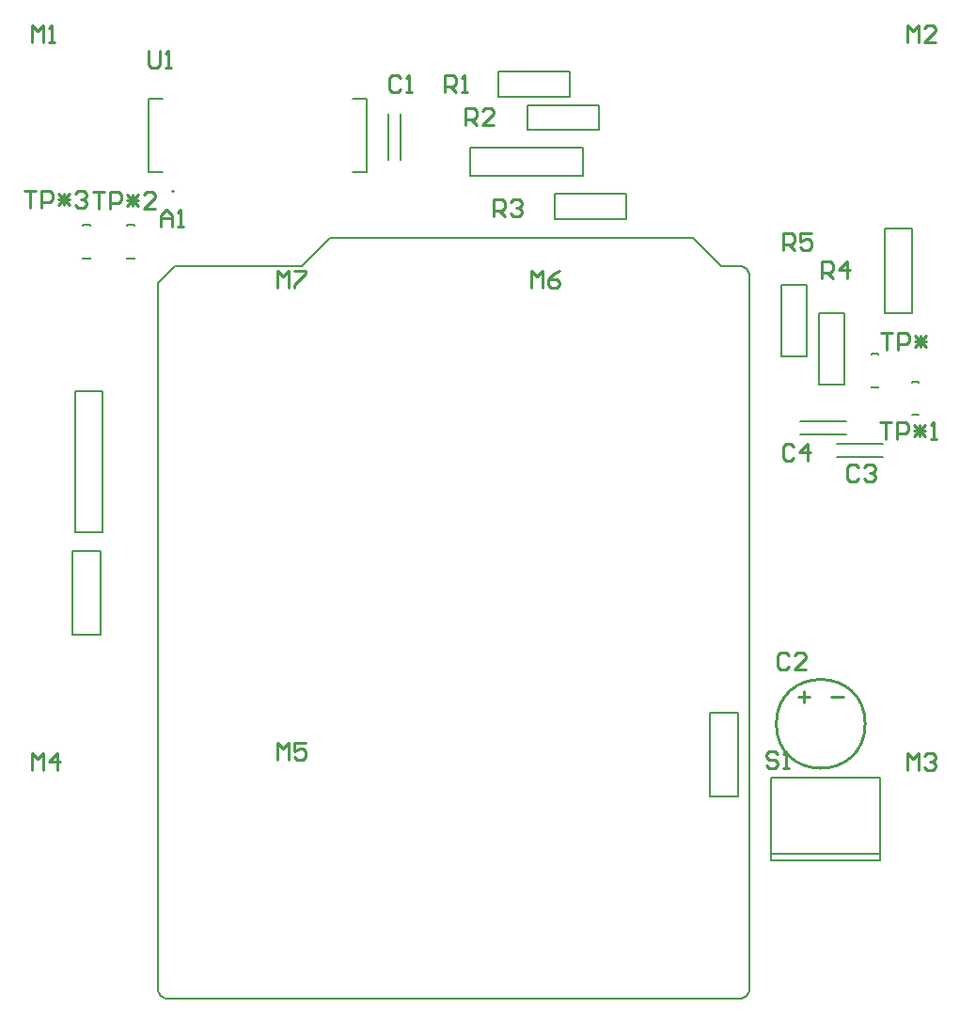
<source format=gbr>
%TF.GenerationSoftware,Altium Limited,Altium Designer,24.6.1 (21)*%
G04 Layer_Color=65535*
%FSLAX45Y45*%
%MOMM*%
%TF.SameCoordinates,00C5B58C-7B9D-40F4-BCB4-C120E55E61B4*%
%TF.FilePolarity,Positive*%
%TF.FileFunction,Legend,Top*%
%TF.Part,Single*%
G01*
G75*
%TA.AperFunction,NonConductor*%
%ADD11C,0.25400*%
%ADD27C,0.20000*%
%ADD28C,0.12700*%
D11*
X10160000Y3810000D02*
G03*
X10160000Y3810000I-400000J0D01*
G01*
X9857500Y4055000D02*
X9962500D01*
X9557500D02*
X9662500D01*
X9610000Y4002500D02*
Y4107500D01*
X9519608Y6308284D02*
X9494216Y6333675D01*
X9443433D01*
X9418041Y6308284D01*
Y6206717D01*
X9443433Y6181325D01*
X9494216D01*
X9519608Y6206717D01*
X9646567Y6181325D02*
Y6333675D01*
X9570392Y6257500D01*
X9671959D01*
X10102108Y6120784D02*
X10076716Y6146175D01*
X10025933D01*
X10000541Y6120784D01*
Y6019217D01*
X10025933Y5993825D01*
X10076716D01*
X10102108Y6019217D01*
X10152892Y6120784D02*
X10178284Y6146175D01*
X10229067D01*
X10254459Y6120784D01*
Y6095392D01*
X10229067Y6070000D01*
X10203675D01*
X10229067D01*
X10254459Y6044608D01*
Y6019217D01*
X10229067Y5993825D01*
X10178284D01*
X10152892Y6019217D01*
X3818433Y8288825D02*
Y8390392D01*
X3869217Y8441175D01*
X3920000Y8390392D01*
Y8288825D01*
Y8365000D01*
X3818433D01*
X3970784Y8288825D02*
X4021567D01*
X3996176D01*
Y8441175D01*
X3970784Y8415784D01*
X10291082Y6528675D02*
X10392650D01*
X10341866D01*
Y6376325D01*
X10443433D02*
Y6528675D01*
X10519608D01*
X10545000Y6503283D01*
Y6452500D01*
X10519608Y6427108D01*
X10443433D01*
X10595784Y6503283D02*
X10697351Y6401716D01*
X10595784D02*
X10697351Y6503283D01*
X10595784Y6452500D02*
X10697351D01*
X10646567Y6401716D02*
Y6503283D01*
X10748134Y6376325D02*
X10798918D01*
X10773526D01*
Y6528675D01*
X10748134Y6503283D01*
X10301866Y7333675D02*
X10403433D01*
X10352649D01*
Y7181325D01*
X10454217D02*
Y7333675D01*
X10530392D01*
X10555784Y7308284D01*
Y7257500D01*
X10530392Y7232108D01*
X10454217D01*
X10606567Y7308284D02*
X10708135Y7206717D01*
X10606567D02*
X10708135Y7308284D01*
X10606567Y7257500D02*
X10708135D01*
X10657351Y7206717D02*
Y7308284D01*
X2588190Y8606175D02*
X2689758D01*
X2638974D01*
Y8453825D01*
X2740541D02*
Y8606175D01*
X2816716D01*
X2842108Y8580783D01*
Y8530000D01*
X2816716Y8504608D01*
X2740541D01*
X2892892Y8580783D02*
X2994459Y8479216D01*
X2892892D02*
X2994459Y8580783D01*
X2892892Y8530000D02*
X2994459D01*
X2943675Y8479216D02*
Y8580783D01*
X3045243D02*
X3070634Y8606175D01*
X3121418D01*
X3146810Y8580783D01*
Y8555392D01*
X3121418Y8530000D01*
X3096026D01*
X3121418D01*
X3146810Y8504608D01*
Y8479216D01*
X3121418Y8453825D01*
X3070634D01*
X3045243Y8479216D01*
X3210690Y8598675D02*
X3312258D01*
X3261474D01*
Y8446325D01*
X3363041D02*
Y8598675D01*
X3439216D01*
X3464608Y8573284D01*
Y8522500D01*
X3439216Y8497108D01*
X3363041D01*
X3515392Y8573284D02*
X3616959Y8471717D01*
X3515392D02*
X3616959Y8573284D01*
X3515392Y8522500D02*
X3616959D01*
X3566175Y8471717D02*
Y8573284D01*
X3769310Y8446325D02*
X3667742D01*
X3769310Y8547892D01*
Y8573284D01*
X3743918Y8598675D01*
X3693134D01*
X3667742Y8573284D01*
X6378433Y9493825D02*
Y9646175D01*
X6454608D01*
X6480000Y9620783D01*
Y9570000D01*
X6454608Y9544608D01*
X6378433D01*
X6429217D02*
X6480000Y9493825D01*
X6530784D02*
X6581567D01*
X6556176D01*
Y9646175D01*
X6530784Y9620783D01*
X6563041Y9203825D02*
Y9356175D01*
X6639217D01*
X6664608Y9330783D01*
Y9280000D01*
X6639217Y9254608D01*
X6563041D01*
X6613825D02*
X6664608Y9203825D01*
X6816959D02*
X6715392D01*
X6816959Y9305392D01*
Y9330783D01*
X6791567Y9356175D01*
X6740784D01*
X6715392Y9330783D01*
X6813041Y8383825D02*
Y8536175D01*
X6889217D01*
X6914608Y8510784D01*
Y8460000D01*
X6889217Y8434608D01*
X6813041D01*
X6863825D02*
X6914608Y8383825D01*
X6965392Y8510784D02*
X6990784Y8536175D01*
X7041567D01*
X7066959Y8510784D01*
Y8485392D01*
X7041567Y8460000D01*
X7016175D01*
X7041567D01*
X7066959Y8434608D01*
Y8409217D01*
X7041567Y8383825D01*
X6990784D01*
X6965392Y8409217D01*
X9766300Y7825740D02*
Y7978091D01*
X9842475D01*
X9867867Y7952699D01*
Y7901915D01*
X9842475Y7876523D01*
X9766300D01*
X9817083D02*
X9867867Y7825740D01*
X9994826D02*
Y7978091D01*
X9918651Y7901915D01*
X10020218D01*
X9474167Y4424639D02*
X9448775Y4450031D01*
X9397992D01*
X9372600Y4424639D01*
Y4323072D01*
X9397992Y4297680D01*
X9448775D01*
X9474167Y4323072D01*
X9626518Y4297680D02*
X9524951D01*
X9626518Y4399247D01*
Y4424639D01*
X9601126Y4450031D01*
X9550343D01*
X9524951Y4424639D01*
X9425940Y8077200D02*
Y8229551D01*
X9502115D01*
X9527507Y8204159D01*
Y8153375D01*
X9502115Y8127983D01*
X9425940D01*
X9476723D02*
X9527507Y8077200D01*
X9679858Y8229551D02*
X9578291D01*
Y8153375D01*
X9629074Y8178767D01*
X9654466D01*
X9679858Y8153375D01*
Y8102592D01*
X9654466Y8077200D01*
X9603683D01*
X9578291Y8102592D01*
X5976587Y9621479D02*
X5951195Y9646871D01*
X5900412D01*
X5875020Y9621479D01*
Y9519912D01*
X5900412Y9494520D01*
X5951195D01*
X5976587Y9519912D01*
X6027371Y9494520D02*
X6078154D01*
X6052763D01*
Y9646871D01*
X6027371Y9621479D01*
X3703320Y9870391D02*
Y9743432D01*
X3728712Y9718040D01*
X3779495D01*
X3804887Y9743432D01*
Y9870391D01*
X3855671Y9718040D02*
X3906454D01*
X3881063D01*
Y9870391D01*
X3855671Y9844999D01*
X9370027Y3535639D02*
X9344635Y3561031D01*
X9293852D01*
X9268460Y3535639D01*
Y3510247D01*
X9293852Y3484855D01*
X9344635D01*
X9370027Y3459463D01*
Y3434072D01*
X9344635Y3408680D01*
X9293852D01*
X9268460Y3434072D01*
X9420811Y3408680D02*
X9471594D01*
X9446203D01*
Y3561031D01*
X9420811Y3535639D01*
X4870461Y7735322D02*
Y7887673D01*
X4921244Y7836889D01*
X4972028Y7887673D01*
Y7735322D01*
X5022812Y7887673D02*
X5124379D01*
Y7862281D01*
X5022812Y7760714D01*
Y7735322D01*
X7154681Y7735522D02*
Y7887873D01*
X7205464Y7837089D01*
X7256248Y7887873D01*
Y7735522D01*
X7408599Y7887873D02*
X7357815Y7862481D01*
X7307032Y7811697D01*
Y7760914D01*
X7332423Y7735522D01*
X7383207D01*
X7408599Y7760914D01*
Y7786305D01*
X7383207Y7811697D01*
X7307032D01*
X4868681Y3489922D02*
Y3642273D01*
X4919464Y3591489D01*
X4970248Y3642273D01*
Y3489922D01*
X5122599Y3642273D02*
X5021032D01*
Y3566097D01*
X5071815Y3591489D01*
X5097207D01*
X5122599Y3566097D01*
Y3515314D01*
X5097207Y3489922D01*
X5046423D01*
X5021032Y3515314D01*
X2654880Y3396720D02*
Y3549071D01*
X2705663Y3498287D01*
X2756447Y3549071D01*
Y3396720D01*
X2883406D02*
Y3549071D01*
X2807231Y3472895D01*
X2908798D01*
X10535920Y3395980D02*
Y3548331D01*
X10586703Y3497547D01*
X10637487Y3548331D01*
Y3395980D01*
X10688271Y3522939D02*
X10713663Y3548331D01*
X10764446D01*
X10789838Y3522939D01*
Y3497547D01*
X10764446Y3472155D01*
X10739054D01*
X10764446D01*
X10789838Y3446763D01*
Y3421372D01*
X10764446Y3395980D01*
X10713663D01*
X10688271Y3421372D01*
X10536660Y9946640D02*
Y10098991D01*
X10587444Y10048207D01*
X10638227Y10098991D01*
Y9946640D01*
X10790578D02*
X10689011D01*
X10790578Y10048207D01*
Y10073599D01*
X10765186Y10098991D01*
X10714403D01*
X10689011Y10073599D01*
X2654300Y9946320D02*
Y10098671D01*
X2705083Y10047887D01*
X2755867Y10098671D01*
Y9946320D01*
X2806651D02*
X2857434D01*
X2832043D01*
Y10098671D01*
X2806651Y10073279D01*
D27*
X3938000Y8604500D02*
G03*
X3938000Y8604500I-10000J0D01*
G01*
D28*
X6607000Y8745000D02*
Y8995000D01*
X7619000D01*
X6607000Y8745000D02*
X7619000D01*
Y8995000D01*
X10335000Y7511000D02*
X10585000D01*
X10335000Y8269000D02*
X10585000D01*
X10335000Y7511000D02*
Y8269000D01*
X10585000Y7511000D02*
Y8269000D01*
X8762500Y3156000D02*
X9012500D01*
X8762500Y3914000D02*
X9012500D01*
X8762500Y3156000D02*
Y3914000D01*
X9012500Y3156000D02*
Y3914000D01*
X3025000Y5369000D02*
X3275000D01*
X3025000Y4611000D02*
X3275000D01*
Y5369000D01*
X3025000Y4611000D02*
Y5369000D01*
X3045000Y5535500D02*
X3291500D01*
X3295000Y5539000D01*
Y6801500D01*
X3045000Y5535500D02*
Y6801500D01*
X3295000D01*
X9573000Y6420000D02*
X9990500D01*
X9573000Y6535000D02*
X9990500D01*
X9905500Y6212500D02*
X10323000D01*
X9905500Y6327500D02*
X10323000D01*
X3788740Y1432948D02*
Y7780700D01*
Y1432948D02*
X3792970Y1407557D01*
X3803550Y1384282D01*
X3818360Y1363123D01*
X3839520Y1346196D01*
X3862800Y1337732D01*
X3890300Y1333500D01*
X9019290D01*
X9044681Y1337732D01*
X9067956Y1346196D01*
X9089116Y1363123D01*
X9106043Y1384282D01*
X9114507Y1407557D01*
X9118738Y1432948D01*
Y7833600D01*
X9114507Y7858990D02*
X9118738Y7833600D01*
X9106043Y7882270D02*
X9114507Y7858990D01*
X9089116Y7903430D02*
X9106043Y7882270D01*
X9067956Y7920360D02*
X9089116Y7903430D01*
X9044681Y7928820D02*
X9067956Y7920360D01*
X9019290Y7933050D02*
X9044681Y7928820D01*
X8864828Y7933050D02*
X9019290D01*
X8610918Y8186960D02*
X8864828Y7933050D01*
X5337590Y8186960D02*
X8610918D01*
X5083680Y7933050D02*
X5337590Y8186960D01*
X3941090Y7933050D02*
X5083680D01*
X3788740Y7780700D02*
X3941090Y7933050D01*
X10641500Y6590000D02*
Y6596150D01*
Y6883850D02*
Y6890000D01*
X10578500Y6883850D02*
Y6890000D01*
Y6590000D02*
Y6596150D01*
Y6890000D02*
X10641500D01*
X10578500Y6590000D02*
X10641500D01*
X10281500Y6840000D02*
Y6846150D01*
Y7133850D02*
Y7140000D01*
X10218500Y7133850D02*
Y7140000D01*
Y6840000D02*
Y6846150D01*
Y7140000D02*
X10281500D01*
X10218500Y6840000D02*
X10281500D01*
X3179000Y8000000D02*
Y8006150D01*
Y8293850D02*
Y8300000D01*
X3116000Y8293850D02*
Y8300000D01*
Y8000000D02*
Y8006150D01*
Y8300000D02*
X3179000D01*
X3116000Y8000000D02*
X3179000D01*
X3579000D02*
Y8006150D01*
Y8293850D02*
Y8300000D01*
X3516000Y8293850D02*
Y8300000D01*
Y8000000D02*
Y8006150D01*
Y8300000D02*
X3579000D01*
X3516000Y8000000D02*
X3579000D01*
X6857500Y9457500D02*
Y9682500D01*
Y9457500D02*
X7502500D01*
Y9682500D01*
X6857500D02*
X7502500D01*
X7117500Y9157500D02*
Y9382500D01*
Y9157500D02*
X7762500D01*
Y9382500D01*
X7117500D02*
X7762500D01*
X8012500Y8357500D02*
Y8582500D01*
X7367500D02*
X8012500D01*
X7367500Y8357500D02*
Y8582500D01*
Y8357500D02*
X8012500D01*
X3705500Y8780000D02*
X3837500D01*
X3705500D02*
Y9440000D01*
X3837500D01*
X5542500D02*
X5674500D01*
Y8780000D02*
Y9440000D01*
X5542500Y8780000D02*
X5674500D01*
X9312900Y2580400D02*
X10295400D01*
Y3325400D01*
X9312900D02*
X10295400D01*
X9312900Y2580400D02*
Y3325400D01*
Y2637900D02*
X10295400D01*
X9407500Y7762500D02*
X9632500D01*
X9407500Y7117500D02*
Y7762500D01*
Y7117500D02*
X9632500D01*
Y7762500D01*
X9747500Y7512500D02*
X9972500D01*
X9747500Y6867500D02*
Y7512500D01*
Y6867500D02*
X9972500D01*
Y7512500D01*
X5862500Y8885000D02*
Y9302500D01*
X5977500Y8885000D02*
Y9302500D01*
%TF.MD5,952ab4b93a57cbe8a2506b9620b0b91f*%
M02*

</source>
